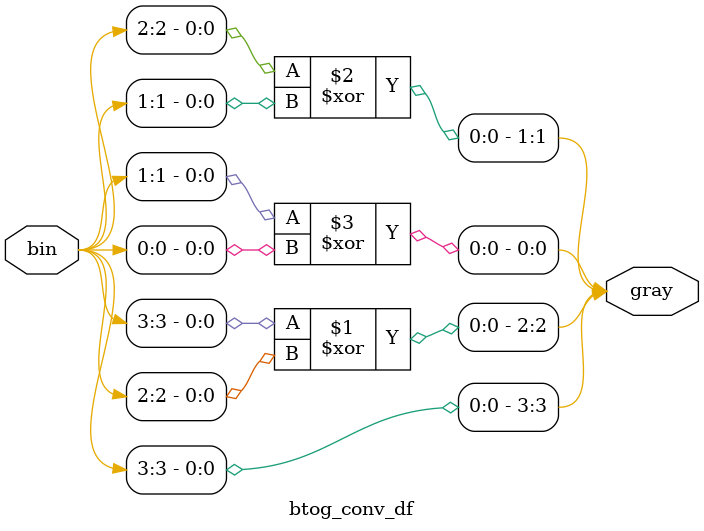
<source format=v>
`timescale 1ns / 1ps

module btog_conv_df(
    input [3:0] bin,
    output [3:0] gray
);

    assign gray[3] = bin[3];
    assign gray[2] = bin[3] ^ bin[2];
    assign gray[1] = bin[2] ^ bin[1];
    assign gray[0] = bin[1] ^ bin[0];

endmodule
</source>
